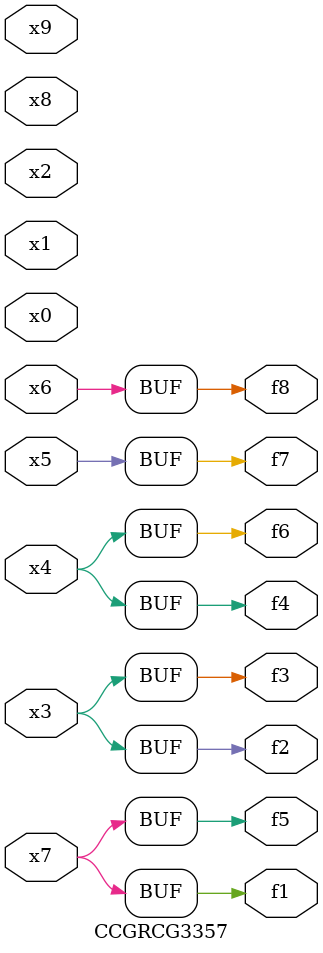
<source format=v>
module CCGRCG3357(
	input x0, x1, x2, x3, x4, x5, x6, x7, x8, x9,
	output f1, f2, f3, f4, f5, f6, f7, f8
);
	assign f1 = x7;
	assign f2 = x3;
	assign f3 = x3;
	assign f4 = x4;
	assign f5 = x7;
	assign f6 = x4;
	assign f7 = x5;
	assign f8 = x6;
endmodule

</source>
